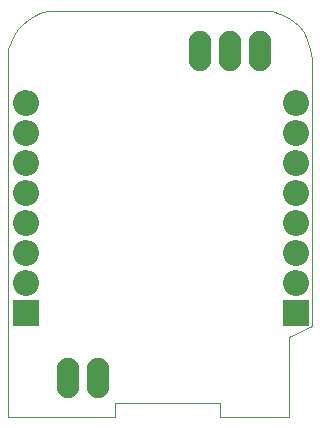
<source format=gbs>
G04 #@! TF.FileFunction,Soldermask,Bot*
%FSLAX46Y46*%
G04 Gerber Fmt 4.6, Leading zero omitted, Abs format (unit mm)*
G04 Created by KiCad (PCBNEW 4.0.2+dfsg1-2~bpo8+1-stable) date mer. 29 juin 2016 11:45:21 CEST*
%MOMM*%
G01*
G04 APERTURE LIST*
%ADD10C,0.100000*%
%ADD11R,2.200000X2.200000*%
%ADD12O,2.200000X2.200000*%
%ADD13O,1.906220X3.414980*%
G04 APERTURE END LIST*
D10*
X149762480Y-106014181D02*
X149800000Y-112800000D01*
X151706026Y-105053285D02*
X149762480Y-106014181D01*
X151681078Y-82498193D02*
X151706026Y-105053285D01*
X151565482Y-81605425D02*
X151681078Y-82498193D01*
X151337122Y-80850387D02*
X151565482Y-81605425D01*
X151009595Y-80218540D02*
X151337122Y-80850387D01*
X150596503Y-79695342D02*
X151009595Y-80218540D01*
X150111445Y-79266257D02*
X150596503Y-79695342D01*
X149568018Y-78916742D02*
X150111445Y-79266257D01*
X148979824Y-78632259D02*
X149568018Y-78916742D01*
X148360460Y-78398266D02*
X148979824Y-78632259D01*
X129322547Y-78427024D02*
X148360460Y-78398266D01*
X128724750Y-78612690D02*
X129322547Y-78427024D01*
X128180560Y-78859623D02*
X128724750Y-78612690D01*
X127689488Y-79167259D02*
X128180560Y-78859623D01*
X127251047Y-79535048D02*
X127689488Y-79167259D01*
X126864747Y-79962423D02*
X127251047Y-79535048D01*
X126530099Y-80448833D02*
X126864747Y-79962423D01*
X126246616Y-80993714D02*
X126530099Y-80448833D01*
X126013805Y-81596507D02*
X126246616Y-80993714D01*
X125999807Y-112766658D02*
X126013805Y-81596507D01*
X135080603Y-112792736D02*
X125999807Y-112766658D01*
X135078627Y-111590483D02*
X135080603Y-112792736D01*
X143909849Y-111583795D02*
X135078627Y-111590483D01*
X143900000Y-112800000D02*
X143909849Y-111583795D01*
X149800000Y-112800000D02*
X143900000Y-112800000D01*
D11*
X127490000Y-103950000D03*
D12*
X127490000Y-101410000D03*
X127490000Y-98870000D03*
X127490000Y-96330000D03*
X127490000Y-93790000D03*
X127490000Y-91250000D03*
X127490000Y-88710000D03*
X127490000Y-86170000D03*
D11*
X150350000Y-103950000D03*
D12*
X150350000Y-101410000D03*
X150350000Y-98870000D03*
X150350000Y-96330000D03*
X150350000Y-93790000D03*
X150350000Y-91250000D03*
X150350000Y-88710000D03*
X150350000Y-86170000D03*
D13*
X133604000Y-109474000D03*
X131064000Y-109474000D03*
X147320000Y-81788000D03*
X144780000Y-81788000D03*
X142240000Y-81788000D03*
M02*

</source>
